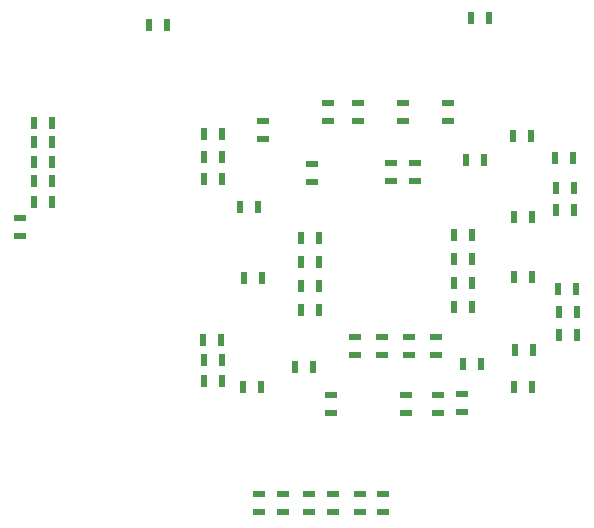
<source format=gbp>
G04 #@! TF.FileFunction,Paste,Bot*
%FSLAX46Y46*%
G04 Gerber Fmt 4.6, Leading zero omitted, Abs format (unit mm)*
G04 Created by KiCad (PCBNEW 4.0.6) date 11/01/18 16:19:51*
%MOMM*%
%LPD*%
G01*
G04 APERTURE LIST*
%ADD10C,0.100000*%
%ADD11R,0.571500X1.028700*%
%ADD12R,1.028700X0.571500*%
G04 APERTURE END LIST*
D10*
D11*
X127254000Y-101092000D03*
X128778000Y-101092000D03*
D12*
X134874000Y-90678000D03*
X134874000Y-92202000D03*
X134112000Y-106934000D03*
X134112000Y-105410000D03*
D11*
X127254000Y-97028000D03*
X128778000Y-97028000D03*
D12*
X131826000Y-106934000D03*
X131826000Y-105410000D03*
D11*
X141732000Y-102870000D03*
X140208000Y-102870000D03*
X141224000Y-90424000D03*
X142748000Y-90424000D03*
X150372000Y-94660000D03*
X148848000Y-94660000D03*
X141732000Y-98806000D03*
X140208000Y-98806000D03*
X149078000Y-101380000D03*
X150602000Y-101380000D03*
X141732000Y-100838000D03*
X140208000Y-100838000D03*
X120602000Y-90220000D03*
X119078000Y-90220000D03*
X119058000Y-107430000D03*
X120582000Y-107430000D03*
X128270000Y-107950000D03*
X126746000Y-107950000D03*
X127254000Y-103124000D03*
X128778000Y-103124000D03*
D12*
X138684000Y-106934000D03*
X138684000Y-105410000D03*
D11*
X141732000Y-96774000D03*
X140208000Y-96774000D03*
X149108000Y-103360000D03*
X150632000Y-103360000D03*
X150632000Y-105250000D03*
X149108000Y-105250000D03*
X140970000Y-107696000D03*
X142494000Y-107696000D03*
X127254000Y-99060000D03*
X128778000Y-99060000D03*
D12*
X136906000Y-90678000D03*
X136906000Y-92202000D03*
X136398000Y-106934000D03*
X136398000Y-105410000D03*
D11*
X120622000Y-109160000D03*
X119098000Y-109160000D03*
X119098000Y-88250000D03*
X120622000Y-88250000D03*
D12*
X124040000Y-87138000D03*
X124040000Y-88662000D03*
D11*
X148848000Y-92790000D03*
X150372000Y-92790000D03*
D12*
X129830000Y-110388000D03*
X129830000Y-111912000D03*
X138880000Y-110338000D03*
X138880000Y-111862000D03*
X139700000Y-85598000D03*
X139700000Y-87122000D03*
X132080000Y-85598000D03*
X132080000Y-87122000D03*
D11*
X123672000Y-94400000D03*
X122148000Y-94400000D03*
X123992000Y-100470000D03*
X122468000Y-100470000D03*
X145288000Y-100330000D03*
X146812000Y-100330000D03*
X145288000Y-95250000D03*
X146812000Y-95250000D03*
D12*
X135890000Y-85598000D03*
X135890000Y-87122000D03*
X129540000Y-85598000D03*
X129540000Y-87122000D03*
X136210000Y-110378000D03*
X136210000Y-111902000D03*
X140890000Y-110308000D03*
X140890000Y-111832000D03*
D11*
X104668000Y-88950000D03*
X106192000Y-88950000D03*
X104678000Y-90610000D03*
X106202000Y-90610000D03*
X104678000Y-94020000D03*
X106202000Y-94020000D03*
X104658000Y-87330000D03*
X106182000Y-87330000D03*
X104668000Y-92260000D03*
X106192000Y-92260000D03*
X119068000Y-92090000D03*
X120592000Y-92090000D03*
X145388000Y-106510000D03*
X146912000Y-106510000D03*
X119008000Y-105700000D03*
X120532000Y-105700000D03*
X150342000Y-90290000D03*
X148818000Y-90290000D03*
D12*
X128240000Y-90818000D03*
X128240000Y-92342000D03*
D11*
X146862000Y-109650000D03*
X145338000Y-109650000D03*
X122338000Y-109650000D03*
X123862000Y-109650000D03*
X146762000Y-88450000D03*
X145238000Y-88450000D03*
D12*
X103510000Y-95408000D03*
X103510000Y-96932000D03*
D11*
X115952000Y-79000000D03*
X114428000Y-79000000D03*
X143222000Y-78440000D03*
X141698000Y-78440000D03*
D12*
X123750000Y-120262000D03*
X123750000Y-118738000D03*
X125750000Y-120262000D03*
X125750000Y-118738000D03*
X132250000Y-120262000D03*
X132250000Y-118738000D03*
X134250000Y-120262000D03*
X134250000Y-118738000D03*
X128000000Y-120262000D03*
X128000000Y-118738000D03*
X130000000Y-120262000D03*
X130000000Y-118738000D03*
M02*

</source>
